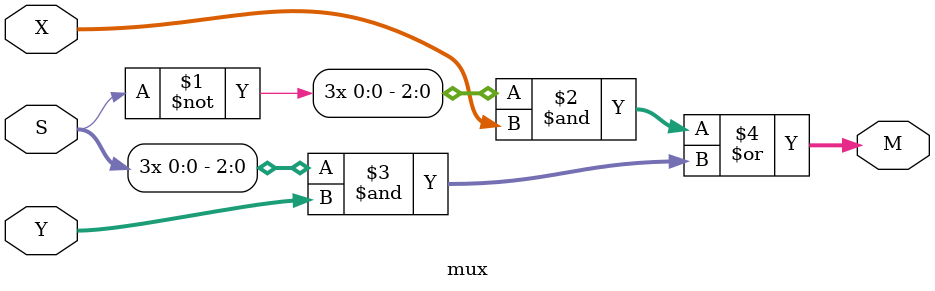
<source format=v>
module lab2_2(LEDR, SW);
	input[2:0] SW;
	output[2:0] LEDR;
	wire [2:0] A, B, C;
	mux m1(A, 'b000, 'b001, SW[0]);
	mux m2(B, 'b010, 'b011, SW[0]);
	mux m3(C, A, B, SW[1]);
	mux m4(LEDR[2:0], C, 'b100, SW[2]);
endmodule 

module mux(M, X, Y, S);
	input[2:0] X, Y;
	input S;
	output[2:0] M;
	assign M = {{3{~S}}&X}|{{3{S}}&Y};
endmodule 
</source>
